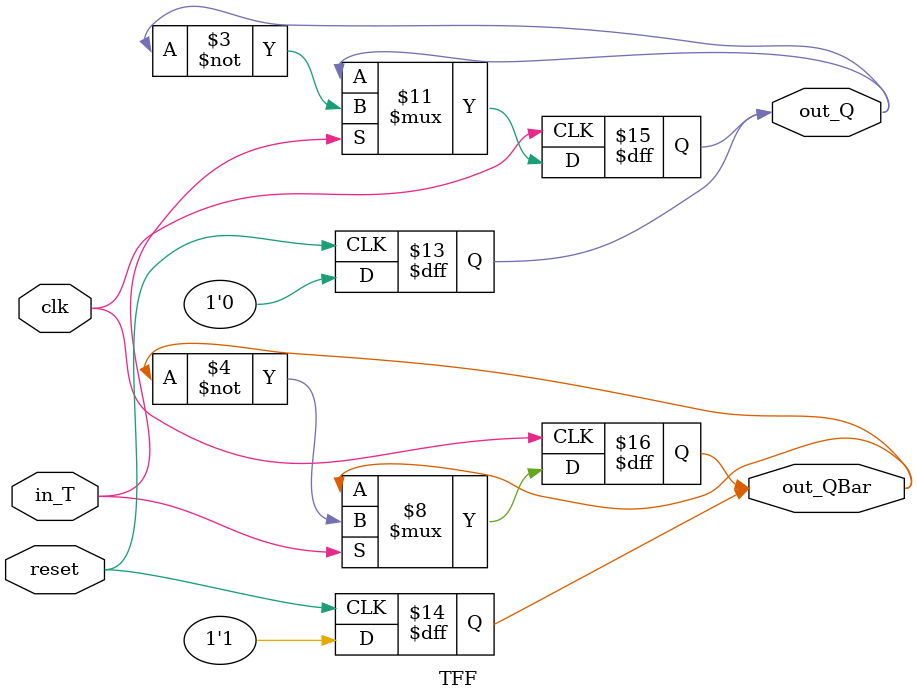
<source format=v>
`timescale 1ns / 1ps
module TFF(
    input in_T,
    input clk,
    input reset,
    output reg out_Q,
    output reg out_QBar
    );
	 
	initial begin
		out_Q = 1'b0;
		out_QBar = 1'b1;
		$display ("T FLIP FLOP Running");
	end
	
	always @(posedge clk) begin
		if (in_T == 1'b1) begin
			out_Q = ~out_Q;
			out_QBar = ~out_QBar;
		end else begin
			out_Q = out_Q;
			out_QBar = out_QBar;
		end
	end
	
	always @(posedge reset) begin
		out_Q = 1'b0;
		out_QBar = 1'b1;
	end

endmodule

</source>
